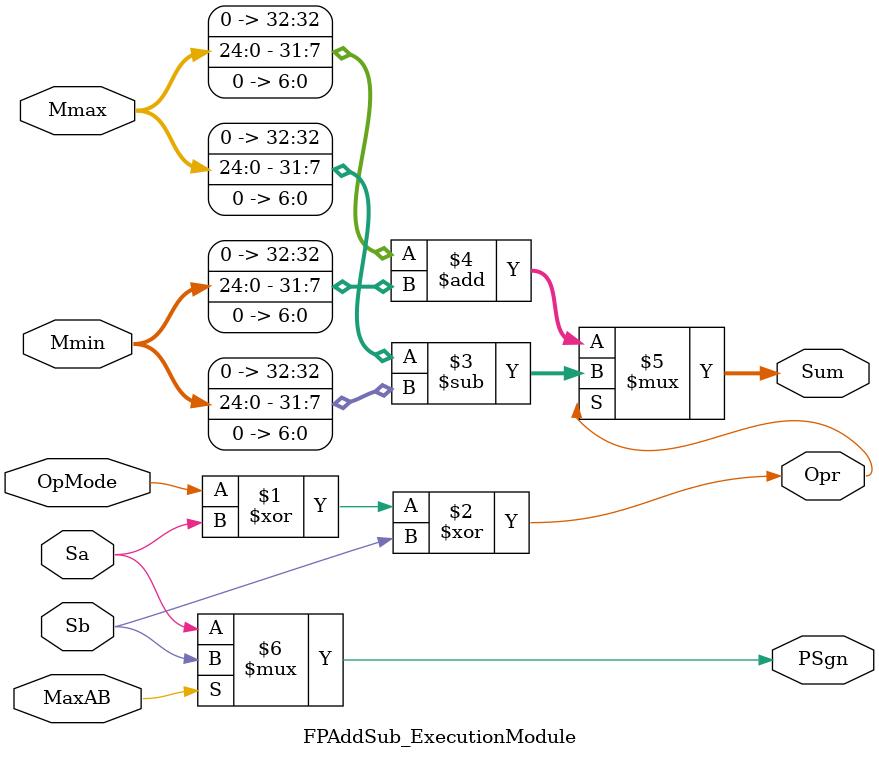
<source format=v>
`timescale 1ns / 1ps


module FPAddSub_ExecutionModule(
		Mmax,
		Mmin,
		Sa,
		Sb,
		MaxAB,
		OpMode,
		Sum,
		PSgn,
		Opr
    );

	// Input ports
	input [24:0] Mmax ;					// The larger mantissa
	input [24:0] Mmin ;					// The smaller mantissa
	input Sa ;								// Sign bit of larger number
	input Sb ;								// Sign bit of smaller number
	input MaxAB ;							// Indicates the larger number (0/A, 1/B)
	input OpMode ;							// Operation to be performed (0/Add, 1/Sub)
	
	// Output ports
	output [32:0] Sum ;					// The result of the operation
	output PSgn ;							// The sign for the result
	output Opr ;							// The effective (performed) operation

	assign Opr = (OpMode^Sa^Sb); 		// Resolve sign to determine operation

	// Perform effective operation
	assign Sum = Opr ? ({Mmax, 7'b0} - {Mmin, 7'b0}) : ({Mmax, 7'b0} + {Mmin, 7'b0}) ;
	
	// Assign result sign
	assign PSgn = (MaxAB ? Sb : Sa) ;

endmodule

</source>
